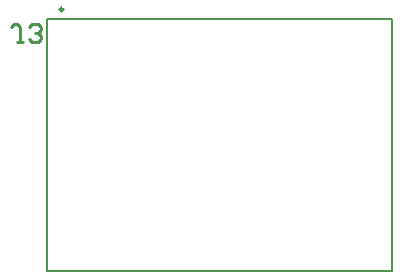
<source format=gbo>
G04*
G04 #@! TF.GenerationSoftware,Altium Limited,Altium Designer,22.8.2 (66)*
G04*
G04 Layer_Color=32896*
%FSLAX42Y42*%
%MOMM*%
G71*
G04*
G04 #@! TF.SameCoordinates,BE8FE92B-6F1C-4FB6-9944-1E67C46C6413*
G04*
G04*
G04 #@! TF.FilePolarity,Positive*
G04*
G01*
G75*
%ADD11C,0.30*%
%ADD12C,0.13*%
%ADD13C,0.25*%
D11*
X3060Y3650D02*
G03*
X3060Y3650I-10J0D01*
G01*
D12*
X2925Y1440D02*
Y3567D01*
Y1440D02*
X5850D01*
Y3567D01*
X2925D02*
X5850D01*
D13*
X2725Y3374D02*
X2674D01*
X2699D01*
Y3501D01*
X2674Y3526D01*
X2648D01*
X2623Y3501D01*
X2775Y3399D02*
X2801Y3374D01*
X2852D01*
X2877Y3399D01*
Y3425D01*
X2852Y3450D01*
X2826D01*
X2852D01*
X2877Y3475D01*
Y3501D01*
X2852Y3526D01*
X2801D01*
X2775Y3501D01*
M02*

</source>
